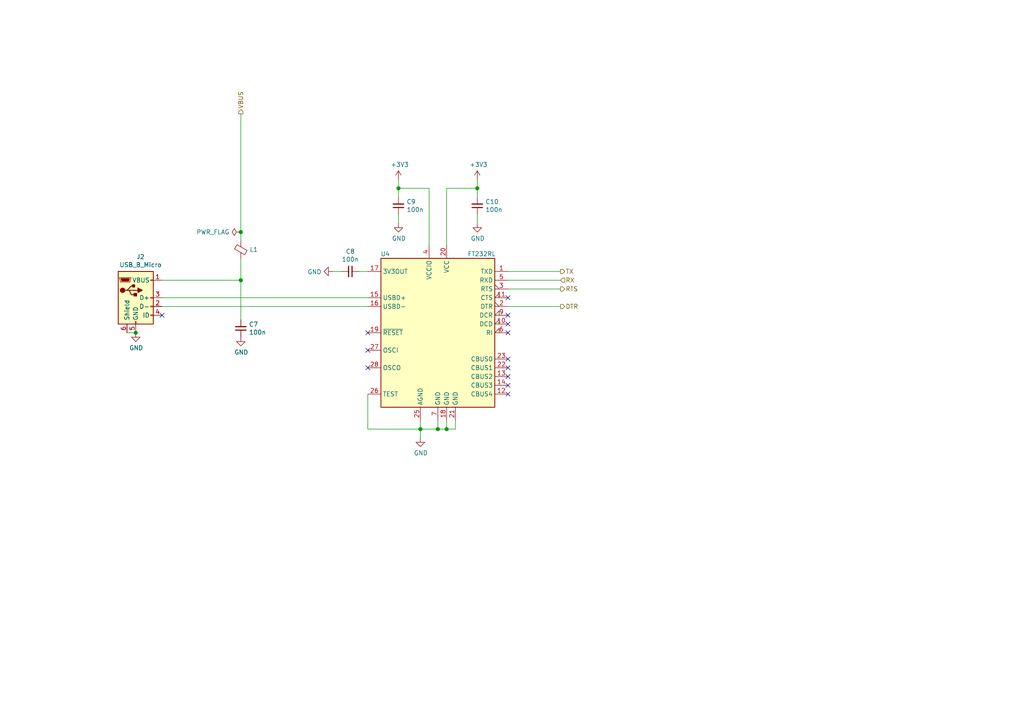
<source format=kicad_sch>
(kicad_sch (version 20201015) (generator eeschema)
  (page 1 3)
  (paper "A4")
  (title_block (title "hayashi-light-remote") (date "2020-12-10") (rev "1.0") (company "Ledger") (comment 1 "Licensed under LGPLv3"))
  (lib_symbols
    (symbol "Connector:USB_B_Micro" (pin_names (offset 1.016))
      (property "Reference" "J" (at -5.08 11.43 0))
      (property "Value" "USB_B_Micro" (at -5.08 8.89 0))
      (symbol "USB_B_Micro_0_1"
        (circle (center -3.81 2.159) (radius 0.635) (stroke (width 0.254)) (fill (type outline)))
        (circle (center -0.635 3.429) (radius 0.381) (stroke (width 0.254)) (fill (type outline)))
        (rectangle (start -5.08 -7.62) (end 5.08 7.62) (stroke (width 0.254)) (fill (type background)))
        (rectangle (start -0.127 -7.62) (end 0.127 -6.858))
        (rectangle (start 0.254 1.27) (end -0.508 0.508) (stroke (width 0.254)) (fill (type outline)))
        (rectangle (start 5.08 -5.207) (end 4.318 -4.953))
        (rectangle (start 5.08 -2.667) (end 4.318 -2.413))
        (rectangle (start 5.08 -0.127) (end 4.318 0.127))
        (rectangle (start 5.08 4.953) (end 4.318 5.207))
        (polyline (pts (xy -1.905 2.159) (xy 0.635 2.159)) (stroke (width 0.254)))
        (polyline (pts (xy -3.175 2.159) (xy -2.54 2.159) (xy -1.27 3.429) (xy -0.635 3.429)) (stroke (width 0.254)))
        (polyline (pts (xy -2.54 2.159) (xy -1.905 2.159) (xy -1.27 0.889) (xy 0 0.889)) (stroke (width 0.254)))
        (polyline (pts (xy 0.635 2.794) (xy 0.635 1.524) (xy 1.905 2.159) (xy 0.635 2.794)) (stroke (width 0.254)) (fill (type outline)))
        (polyline (pts (xy -4.318 5.588) (xy -1.778 5.588) (xy -2.032 4.826) (xy -4.064 4.826) (xy -4.318 5.588)) (fill (type outline)))
        (polyline (pts (xy -4.699 5.842) (xy -4.699 5.588) (xy -4.445 4.826) (xy -4.445 4.572) (xy -1.651 4.572) (xy -1.651 4.826) (xy -1.397 5.588) (xy -1.397 5.842) (xy -4.699 5.842)))
      )
      (symbol "USB_B_Micro_1_1"
        (pin power_out line (at 7.62 5.08 180) (length 2.54) (name "VBUS") (number "1"))
        (pin bidirectional line (at 7.62 -2.54 180) (length 2.54) (name "D-") (number "2"))
        (pin bidirectional line (at 7.62 0 180) (length 2.54) (name "D+") (number "3"))
        (pin passive line (at 7.62 -5.08 180) (length 2.54) (name "ID") (number "4"))
        (pin power_out line (at 0 -10.16 90) (length 2.54) (name "GND") (number "5"))
        (pin passive line (at -2.54 -10.16 90) (length 2.54) (name "Shield") (number "6"))
      )
    )
    (symbol "Device:C_Small" (pin_numbers hide) (pin_names (offset 0.254) hide)
      (property "Reference" "C" (at 0.254 1.778 0))
      (property "Value" "C_Small" (at 0.254 -2.032 0))
      (symbol "C_Small_0_1"
        (polyline (pts (xy -1.524 -0.508) (xy 1.524 -0.508)) (stroke (width 0.3302)))
        (polyline (pts (xy -1.524 0.508) (xy 1.524 0.508)) (stroke (width 0.3048)))
      )
      (symbol "C_Small_1_1"
        (pin passive line (at 0 2.54 270) (length 2.032) (name "~") (number "1"))
        (pin passive line (at 0 -2.54 90) (length 2.032) (name "~") (number "2"))
      )
    )
    (symbol "Device:FerriteBead_Small" (pin_numbers hide) (pin_names (offset 0))
      (property "Reference" "FB" (at 1.905 1.27 0))
      (property "Value" "FerriteBead_Small" (at 1.905 -1.27 0))
      (symbol "FerriteBead_Small_0_1"
        (polyline (pts (xy 0 -1.27) (xy 0 -0.7874)))
        (polyline (pts (xy 0 0.889) (xy 0 1.2954)))
        (polyline (pts (xy -1.8288 0.2794) (xy -1.1176 1.4986) (xy 1.8288 -0.2032) (xy 1.1176 -1.4224) (xy -1.8288 0.2794)))
      )
      (symbol "FerriteBead_Small_1_1"
        (pin passive line (at 0 2.54 270) (length 1.27) (name "~") (number "1"))
        (pin passive line (at 0 -2.54 90) (length 1.27) (name "~") (number "2"))
      )
    )
    (symbol "Interface_USB:FT232RL"
      (property "Reference" "U" (at -16.51 22.86 0))
      (property "Value" "FT232RL" (at 10.16 22.86 0))
      (symbol "FT232RL_0_1"
        (rectangle (start -16.51 21.59) (end 16.51 -21.59) (stroke (width 0.254)) (fill (type background)))
      )
      (symbol "FT232RL_1_1"
        (pin output line (at 20.32 17.78 180) (length 3.81) (name "TXD") (number "1"))
        (pin input input_low (at 20.32 2.54 180) (length 3.81) (name "DCD") (number "10"))
        (pin input input_low (at 20.32 10.16 180) (length 3.81) (name "CTS") (number "11"))
        (pin bidirectional line (at 20.32 -17.78 180) (length 3.81) (name "CBUS4") (number "12"))
        (pin bidirectional line (at 20.32 -12.7 180) (length 3.81) (name "CBUS2") (number "13"))
        (pin bidirectional line (at 20.32 -15.24 180) (length 3.81) (name "CBUS3") (number "14"))
        (pin bidirectional line (at -20.32 10.16 0) (length 3.81) (name "USBD+") (number "15"))
        (pin bidirectional line (at -20.32 7.62 0) (length 3.81) (name "USBD-") (number "16"))
        (pin power_out line (at -20.32 17.78 0) (length 3.81) (name "3V3OUT") (number "17"))
        (pin power_in line (at 2.54 -25.4 90) (length 3.81) (name "GND") (number "18"))
        (pin input line (at -20.32 0 0) (length 3.81) (name "~RESET~") (number "19"))
        (pin output output_low (at 20.32 7.62 180) (length 3.81) (name "DTR") (number "2"))
        (pin power_in line (at 2.54 25.4 270) (length 3.81) (name "VCC") (number "20"))
        (pin power_in line (at 5.08 -25.4 90) (length 3.81) (name "GND") (number "21"))
        (pin bidirectional line (at 20.32 -10.16 180) (length 3.81) (name "CBUS1") (number "22"))
        (pin bidirectional line (at 20.32 -7.62 180) (length 3.81) (name "CBUS0") (number "23"))
        (pin power_in line (at -5.08 -25.4 90) (length 3.81) (name "AGND") (number "25"))
        (pin input line (at -20.32 -17.78 0) (length 3.81) (name "TEST") (number "26"))
        (pin input line (at -20.32 -5.08 0) (length 3.81) (name "OSCI") (number "27"))
        (pin output line (at -20.32 -10.16 0) (length 3.81) (name "OSCO") (number "28"))
        (pin output output_low (at 20.32 12.7 180) (length 3.81) (name "RTS") (number "3"))
        (pin power_in line (at -2.54 25.4 270) (length 3.81) (name "VCCIO") (number "4"))
        (pin input line (at 20.32 15.24 180) (length 3.81) (name "RXD") (number "5"))
        (pin input input_low (at 20.32 0 180) (length 3.81) (name "RI") (number "6"))
        (pin power_in line (at 0 -25.4 90) (length 3.81) (name "GND") (number "7"))
        (pin input input_low (at 20.32 5.08 180) (length 3.81) (name "DCR") (number "9"))
      )
    )
    (symbol "power:+3V3" (power) (pin_names (offset 0))
      (property "Value" "+3V3" (at 0 3.556 0))
      (symbol "+3V3_0_1"
        (polyline (pts (xy -0.762 1.27) (xy 0 2.54)))
        (polyline (pts (xy 0 0) (xy 0 2.54)))
        (polyline (pts (xy 0 2.54) (xy 0.762 1.27)))
      )
      (symbol "+3V3_1_1"
        (pin power_in line (at 0 0 90) (length 0) hide (name "+3V3") (number "1"))
      )
    )
    (symbol "power:GND" (power) (pin_names (offset 0))
      (property "Value" "GND" (at 0 -3.81 0))
      (symbol "GND_0_1"
        (polyline (pts (xy 0 0) (xy 0 -1.27) (xy 1.27 -1.27) (xy 0 -2.54) (xy -1.27 -1.27) (xy 0 -1.27)))
      )
      (symbol "GND_1_1"
        (pin power_in line (at 0 0 270) (length 0) hide (name "GND") (number "1"))
      )
    )
    (symbol "power:PWR_FLAG" (power) (pin_numbers hide) (pin_names (offset 0) hide)
      (property "Value" "PWR_FLAG" (at 0 3.81 0))
      (symbol "PWR_FLAG_0_1"
        (polyline (pts (xy 0 0) (xy 0 1.27) (xy -1.016 1.905) (xy 0 2.54) (xy 1.016 1.905) (xy 0 1.27)))
      )
      (symbol "PWR_FLAG_0_0"
        (pin power_out line (at 0 0 90) (length 0) (name "pwr") (number "1"))
      )
    )
  )
  (junction (at 39.37 96.52) (diameter 1.016))
  (junction (at 69.85 67.31) (diameter 1.016))
  (junction (at 69.85 81.28) (diameter 1.016))
  (junction (at 115.57 54.61) (diameter 1.016))
  (junction (at 121.92 124.46) (diameter 1.016))
  (junction (at 127 124.46) (diameter 1.016))
  (junction (at 129.54 124.46) (diameter 1.016))
  (junction (at 138.43 54.61) (diameter 1.016))
  (no_connect (at 147.32 111.76))
  (no_connect (at 147.32 91.44))
  (no_connect (at 106.68 106.68))
  (no_connect (at 147.32 109.22))
  (no_connect (at 147.32 96.52))
  (no_connect (at 106.68 101.6))
  (no_connect (at 147.32 114.3))
  (no_connect (at 147.32 104.14))
  (no_connect (at 46.99 91.44))
  (no_connect (at 106.68 96.52))
  (no_connect (at 147.32 86.36))
  (no_connect (at 147.32 93.98))
  (no_connect (at 147.32 106.68))
  (wire (pts (xy 39.37 96.52) (xy 36.83 96.52)))
  (wire (pts (xy 46.99 81.28) (xy 69.85 81.28)))
  (wire (pts (xy 46.99 86.36) (xy 106.68 86.36)))
  (wire (pts (xy 46.99 88.9) (xy 106.68 88.9)))
  (wire (pts (xy 69.85 67.31) (xy 69.85 33.02)))
  (wire (pts (xy 69.85 69.85) (xy 69.85 67.31)))
  (wire (pts (xy 69.85 81.28) (xy 69.85 74.93)))
  (wire (pts (xy 69.85 81.28) (xy 69.85 92.71)))
  (wire (pts (xy 96.52 78.74) (xy 99.06 78.74)))
  (wire (pts (xy 104.14 78.74) (xy 106.68 78.74)))
  (wire (pts (xy 106.68 114.3) (xy 106.68 124.46)))
  (wire (pts (xy 106.68 124.46) (xy 121.92 124.46)))
  (wire (pts (xy 115.57 52.07) (xy 115.57 54.61)))
  (wire (pts (xy 115.57 54.61) (xy 115.57 57.15)))
  (wire (pts (xy 115.57 62.23) (xy 115.57 64.77)))
  (wire (pts (xy 121.92 124.46) (xy 121.92 121.92)))
  (wire (pts (xy 121.92 124.46) (xy 121.92 127)))
  (wire (pts (xy 121.92 124.46) (xy 127 124.46)))
  (wire (pts (xy 124.46 54.61) (xy 115.57 54.61)))
  (wire (pts (xy 124.46 54.61) (xy 124.46 71.12)))
  (wire (pts (xy 127 124.46) (xy 127 121.92)))
  (wire (pts (xy 127 124.46) (xy 129.54 124.46)))
  (wire (pts (xy 129.54 54.61) (xy 138.43 54.61)))
  (wire (pts (xy 129.54 71.12) (xy 129.54 54.61)))
  (wire (pts (xy 129.54 124.46) (xy 129.54 121.92)))
  (wire (pts (xy 129.54 124.46) (xy 132.08 124.46)))
  (wire (pts (xy 132.08 124.46) (xy 132.08 121.92)))
  (wire (pts (xy 138.43 52.07) (xy 138.43 54.61)))
  (wire (pts (xy 138.43 54.61) (xy 138.43 57.15)))
  (wire (pts (xy 138.43 62.23) (xy 138.43 64.77)))
  (wire (pts (xy 147.32 78.74) (xy 162.56 78.74)))
  (wire (pts (xy 147.32 81.28) (xy 162.56 81.28)))
  (wire (pts (xy 147.32 83.82) (xy 162.56 83.82)))
  (wire (pts (xy 147.32 88.9) (xy 162.56 88.9)))
  (hierarchical_label "VBUS" (shape output) (at 69.85 33.02 90))
  (hierarchical_label "TX" (shape output) (at 162.56 78.74 0))
  (hierarchical_label "RX" (shape input) (at 162.56 81.28 0))
  (hierarchical_label "RTS" (shape output) (at 162.56 83.82 0))
  (hierarchical_label "DTR" (shape output) (at 162.56 88.9 0))
  (symbol (lib_id "power:PWR_FLAG") (at 69.85 67.31 90) (unit 1)
    (property "Reference" "#FLG0101" (effects hide))
    (property "Value" "PWR_FLAG" (at 66.5988 67.31 90) (effects (justify left)))
  )
  (symbol (lib_id "power:+3V3") (at 115.57 52.07 0) (unit 1)
    (property "Reference" "#PWR0146" (effects hide))
    (property "Value" "+3V3" (at 115.9383 47.7456 0))
  )
  (symbol (lib_id "power:+3V3") (at 138.43 52.07 0) (unit 1)
    (property "Reference" "#PWR0133" (effects hide))
    (property "Value" "+3V3" (at 138.7983 47.7456 0))
  )
  (symbol (lib_id "power:GND") (at 39.37 96.52 0) (unit 1)
    (property "Reference" "#PWR0132" (effects hide))
    (property "Value" "GND" (at 39.497 100.9142 0))
  )
  (symbol (lib_id "power:GND") (at 69.85 97.79 0) (unit 1)
    (property "Reference" "#PWR0131" (effects hide))
    (property "Value" "GND" (at 69.977 102.1842 0))
  )
  (symbol (lib_id "power:GND") (at 96.52 78.74 270) (unit 1)
    (property "Reference" "#PWR0130" (effects hide))
    (property "Value" "GND" (at 93.2688 78.867 90) (effects (justify right)))
  )
  (symbol (lib_id "power:GND") (at 115.57 64.77 0) (unit 1)
    (property "Reference" "#PWR0135" (effects hide))
    (property "Value" "GND" (at 115.697 69.1642 0))
  )
  (symbol (lib_id "power:GND") (at 121.92 127 0) (unit 1)
    (property "Reference" "#PWR0129" (effects hide))
    (property "Value" "GND" (at 122.047 131.3942 0))
  )
  (symbol (lib_id "power:GND") (at 138.43 64.77 0) (unit 1)
    (property "Reference" "#PWR0134" (effects hide))
    (property "Value" "GND" (at 138.557 69.1642 0))
  )
  (symbol (lib_id "Device:C_Small") (at 69.85 95.25 180) (unit 1)
    (property "Reference" "C7" (at 72.1868 94.0816 0) (effects (justify right)))
    (property "Value" "100n" (at 72.1868 96.393 0) (effects (justify right)))
    (property "Footprint" "Capacitor_SMD:C_0603_1608Metric" (effects hide))
    (property "Manufacturer" "Multicomp" (effects hide))
    (property "Vendor" "Farnell" (effects hide))
    (property "ManufacturerRef" "MC0603B104K250CT" (effects hide))
    (property "VendorRef" "1759037" (effects hide))
    (property "Price" "0.0273" (effects hide))
  )
  (symbol (lib_id "Device:C_Small") (at 101.6 78.74 270) (unit 1)
    (property "Reference" "C8" (at 101.6 72.9234 90))
    (property "Value" "100n" (at 101.6 75.2348 90))
    (property "Footprint" "Capacitor_SMD:C_0603_1608Metric" (effects hide))
    (property "Manufacturer" "Multicomp" (effects hide))
    (property "Vendor" "Farnell" (effects hide))
    (property "ManufacturerRef" "MC0603B104K250CT" (effects hide))
    (property "VendorRef" "1759037" (effects hide))
    (property "Price" "0.0273" (effects hide))
  )
  (symbol (lib_id "Device:C_Small") (at 115.57 59.69 180) (unit 1)
    (property "Reference" "C9" (at 117.9068 58.5216 0) (effects (justify right)))
    (property "Value" "100n" (at 117.9068 60.833 0) (effects (justify right)))
    (property "Footprint" "Capacitor_SMD:C_0603_1608Metric" (effects hide))
    (property "Manufacturer" "Multicomp" (effects hide))
    (property "Vendor" "Farnell" (effects hide))
    (property "ManufacturerRef" "MC0603B104K250CT" (effects hide))
    (property "VendorRef" "1759037" (effects hide))
    (property "Price" "0.0273" (effects hide))
  )
  (symbol (lib_id "Device:C_Small") (at 138.43 59.69 180) (unit 1)
    (property "Reference" "C10" (at 140.7668 58.5216 0) (effects (justify right)))
    (property "Value" "100n" (at 140.7668 60.833 0) (effects (justify right)))
    (property "Footprint" "Capacitor_SMD:C_0603_1608Metric" (effects hide))
    (property "Manufacturer" "Multicomp" (effects hide))
    (property "Vendor" "Farnell" (effects hide))
    (property "ManufacturerRef" "MC0603B104K250CT" (effects hide))
    (property "VendorRef" "1759037" (effects hide))
    (property "Price" "0.0273" (effects hide))
  )
  (symbol (lib_id "Device:FerriteBead_Small") (at 69.85 72.39 180) (unit 1)
    (property "Reference" "L1" (at 72.39 72.39 0) (effects (justify right)))
    (property "Value" "Ferrite_Bead_Small" (effects hide))
    (property "Footprint" "Inductor_SMD:L_0603_1608Metric" (effects hide))
    (property "Vendor" "Farnell" (effects hide))
    (property "VendorRef" "1515746" (effects hide))
    (property "Manufacturer" "Murata" (effects hide))
    (property "ManufacturerRef" "BLM18PG600SN1D" (effects hide))
    (property "Price" "0.0492" (effects hide))
  )
  (symbol (lib_id "Connector:USB_B_Micro") (at 39.37 86.36 0) (unit 1)
    (property "Reference" "J2" (at 40.767 74.4982 0))
    (property "Value" "USB_B_Micro" (at 40.767 76.8096 0))
    (property "Footprint" "Connector_USB:USB_Micro-B_Wuerth_629105150521" (effects hide))
    (property "Manufacturer" "Wurth Electronik" (effects hide))
    (property "ManufacturerRef" "629105150521" (effects hide))
    (property "Price" "1.70" (effects hide))
    (property "Vendor" "Farnell" (effects hide))
    (property "VendorRef" "2470822" (effects hide))
  )
  (symbol (lib_id "Interface_USB:FT232RL") (at 127 96.52 0) (unit 1)
    (property "Reference" "U4" (at 111.76 73.66 0))
    (property "Value" "FT232RL" (at 139.7 73.66 0))
    (property "Footprint" "Package_SO:SSOP-28_5.3x10.2mm_P0.65mm" (effects hide))
    (property "Datasheet" "https://www.ftdichip.com/Support/Documents/DataSheets/ICs/DS_FT232R.pdf" (effects hide))
    (property "Manufacturer" "FTDI" (effects hide))
    (property "ManufacturerRef" "FT232RL-REEL" (effects hide))
    (property "Price" "3.92" (effects hide))
    (property "Vendor" "Farnell" (effects hide))
    (property "VendorRef" "1146032" (effects hide))
  )
)
</source>
